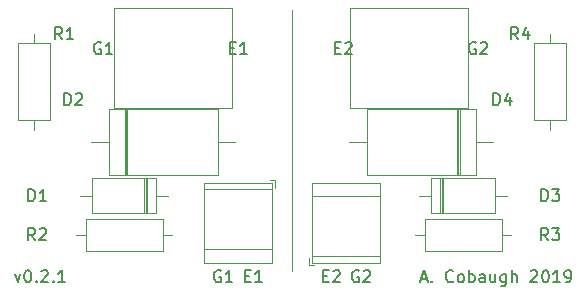
<source format=gbr>
G04 #@! TF.GenerationSoftware,KiCad,Pcbnew,5.1.5*
G04 #@! TF.CreationDate,2019-12-31T20:12:46-05:00*
G04 #@! TF.ProjectId,cm300-board,636d3330-302d-4626-9f61-72642e6b6963,rev?*
G04 #@! TF.SameCoordinates,Original*
G04 #@! TF.FileFunction,Legend,Top*
G04 #@! TF.FilePolarity,Positive*
%FSLAX46Y46*%
G04 Gerber Fmt 4.6, Leading zero omitted, Abs format (unit mm)*
G04 Created by KiCad (PCBNEW 5.1.5) date 2019-12-31 20:12:46*
%MOMM*%
%LPD*%
G04 APERTURE LIST*
%ADD10C,0.120000*%
%ADD11C,0.150000*%
G04 APERTURE END LIST*
D10*
X-986028000Y1057402000D02*
X-986028000Y1035304000D01*
D11*
X-992084285Y1035296000D02*
X-992179523Y1035343619D01*
X-992322380Y1035343619D01*
X-992465238Y1035296000D01*
X-992560476Y1035200761D01*
X-992608095Y1035105523D01*
X-992655714Y1034915047D01*
X-992655714Y1034772190D01*
X-992608095Y1034581714D01*
X-992560476Y1034486476D01*
X-992465238Y1034391238D01*
X-992322380Y1034343619D01*
X-992227142Y1034343619D01*
X-992084285Y1034391238D01*
X-992036666Y1034438857D01*
X-992036666Y1034772190D01*
X-992227142Y1034772190D01*
X-991084285Y1034343619D02*
X-991655714Y1034343619D01*
X-991370000Y1034343619D02*
X-991370000Y1035343619D01*
X-991465238Y1035200761D01*
X-991560476Y1035105523D01*
X-991655714Y1035057904D01*
X-980400285Y1035296000D02*
X-980495523Y1035343619D01*
X-980638380Y1035343619D01*
X-980781238Y1035296000D01*
X-980876476Y1035200761D01*
X-980924095Y1035105523D01*
X-980971714Y1034915047D01*
X-980971714Y1034772190D01*
X-980924095Y1034581714D01*
X-980876476Y1034486476D01*
X-980781238Y1034391238D01*
X-980638380Y1034343619D01*
X-980543142Y1034343619D01*
X-980400285Y1034391238D01*
X-980352666Y1034438857D01*
X-980352666Y1034772190D01*
X-980543142Y1034772190D01*
X-979971714Y1035248380D02*
X-979924095Y1035296000D01*
X-979828857Y1035343619D01*
X-979590761Y1035343619D01*
X-979495523Y1035296000D01*
X-979447904Y1035248380D01*
X-979400285Y1035153142D01*
X-979400285Y1035057904D01*
X-979447904Y1034915047D01*
X-980019333Y1034343619D01*
X-979400285Y1034343619D01*
X-983416476Y1034867428D02*
X-983083142Y1034867428D01*
X-982940285Y1034343619D02*
X-983416476Y1034343619D01*
X-983416476Y1035343619D01*
X-982940285Y1035343619D01*
X-982559333Y1035248380D02*
X-982511714Y1035296000D01*
X-982416476Y1035343619D01*
X-982178380Y1035343619D01*
X-982083142Y1035296000D01*
X-982035523Y1035248380D01*
X-981987904Y1035153142D01*
X-981987904Y1035057904D01*
X-982035523Y1034915047D01*
X-982606952Y1034343619D01*
X-981987904Y1034343619D01*
X-990020476Y1034867428D02*
X-989687142Y1034867428D01*
X-989544285Y1034343619D02*
X-990020476Y1034343619D01*
X-990020476Y1035343619D01*
X-989544285Y1035343619D01*
X-988591904Y1034343619D02*
X-989163333Y1034343619D01*
X-988877619Y1034343619D02*
X-988877619Y1035343619D01*
X-988972857Y1035200761D01*
X-989068095Y1035105523D01*
X-989163333Y1035057904D01*
X-1009506857Y1035010285D02*
X-1009268761Y1034343619D01*
X-1009030666Y1035010285D01*
X-1008459238Y1035343619D02*
X-1008364000Y1035343619D01*
X-1008268761Y1035296000D01*
X-1008221142Y1035248380D01*
X-1008173523Y1035153142D01*
X-1008125904Y1034962666D01*
X-1008125904Y1034724571D01*
X-1008173523Y1034534095D01*
X-1008221142Y1034438857D01*
X-1008268761Y1034391238D01*
X-1008364000Y1034343619D01*
X-1008459238Y1034343619D01*
X-1008554476Y1034391238D01*
X-1008602095Y1034438857D01*
X-1008649714Y1034534095D01*
X-1008697333Y1034724571D01*
X-1008697333Y1034962666D01*
X-1008649714Y1035153142D01*
X-1008602095Y1035248380D01*
X-1008554476Y1035296000D01*
X-1008459238Y1035343619D01*
X-1007697333Y1034438857D02*
X-1007649714Y1034391238D01*
X-1007697333Y1034343619D01*
X-1007744952Y1034391238D01*
X-1007697333Y1034438857D01*
X-1007697333Y1034343619D01*
X-1007268761Y1035248380D02*
X-1007221142Y1035296000D01*
X-1007125904Y1035343619D01*
X-1006887809Y1035343619D01*
X-1006792571Y1035296000D01*
X-1006744952Y1035248380D01*
X-1006697333Y1035153142D01*
X-1006697333Y1035057904D01*
X-1006744952Y1034915047D01*
X-1007316380Y1034343619D01*
X-1006697333Y1034343619D01*
X-1006268761Y1034438857D02*
X-1006221142Y1034391238D01*
X-1006268761Y1034343619D01*
X-1006316380Y1034391238D01*
X-1006268761Y1034438857D01*
X-1006268761Y1034343619D01*
X-1005268761Y1034343619D02*
X-1005840190Y1034343619D01*
X-1005554476Y1034343619D02*
X-1005554476Y1035343619D01*
X-1005649714Y1035200761D01*
X-1005744952Y1035105523D01*
X-1005840190Y1035057904D01*
X-975113142Y1034629333D02*
X-974636952Y1034629333D01*
X-975208380Y1034343619D02*
X-974875047Y1035343619D01*
X-974541714Y1034343619D01*
X-974208380Y1034438857D02*
X-974160761Y1034391238D01*
X-974208380Y1034343619D01*
X-974256000Y1034391238D01*
X-974208380Y1034438857D01*
X-974208380Y1034343619D01*
X-972398857Y1034438857D02*
X-972446476Y1034391238D01*
X-972589333Y1034343619D01*
X-972684571Y1034343619D01*
X-972827428Y1034391238D01*
X-972922666Y1034486476D01*
X-972970285Y1034581714D01*
X-973017904Y1034772190D01*
X-973017904Y1034915047D01*
X-972970285Y1035105523D01*
X-972922666Y1035200761D01*
X-972827428Y1035296000D01*
X-972684571Y1035343619D01*
X-972589333Y1035343619D01*
X-972446476Y1035296000D01*
X-972398857Y1035248380D01*
X-971827428Y1034343619D02*
X-971922666Y1034391238D01*
X-971970285Y1034438857D01*
X-972017904Y1034534095D01*
X-972017904Y1034819809D01*
X-971970285Y1034915047D01*
X-971922666Y1034962666D01*
X-971827428Y1035010285D01*
X-971684571Y1035010285D01*
X-971589333Y1034962666D01*
X-971541714Y1034915047D01*
X-971494095Y1034819809D01*
X-971494095Y1034534095D01*
X-971541714Y1034438857D01*
X-971589333Y1034391238D01*
X-971684571Y1034343619D01*
X-971827428Y1034343619D01*
X-971065523Y1034343619D02*
X-971065523Y1035343619D01*
X-971065523Y1034962666D02*
X-970970285Y1035010285D01*
X-970779809Y1035010285D01*
X-970684571Y1034962666D01*
X-970636952Y1034915047D01*
X-970589333Y1034819809D01*
X-970589333Y1034534095D01*
X-970636952Y1034438857D01*
X-970684571Y1034391238D01*
X-970779809Y1034343619D01*
X-970970285Y1034343619D01*
X-971065523Y1034391238D01*
X-969732190Y1034343619D02*
X-969732190Y1034867428D01*
X-969779809Y1034962666D01*
X-969875047Y1035010285D01*
X-970065523Y1035010285D01*
X-970160761Y1034962666D01*
X-969732190Y1034391238D02*
X-969827428Y1034343619D01*
X-970065523Y1034343619D01*
X-970160761Y1034391238D01*
X-970208380Y1034486476D01*
X-970208380Y1034581714D01*
X-970160761Y1034676952D01*
X-970065523Y1034724571D01*
X-969827428Y1034724571D01*
X-969732190Y1034772190D01*
X-968827428Y1035010285D02*
X-968827428Y1034343619D01*
X-969256000Y1035010285D02*
X-969256000Y1034486476D01*
X-969208380Y1034391238D01*
X-969113142Y1034343619D01*
X-968970285Y1034343619D01*
X-968875047Y1034391238D01*
X-968827428Y1034438857D01*
X-967922666Y1035010285D02*
X-967922666Y1034200761D01*
X-967970285Y1034105523D01*
X-968017904Y1034057904D01*
X-968113142Y1034010285D01*
X-968256000Y1034010285D01*
X-968351238Y1034057904D01*
X-967922666Y1034391238D02*
X-968017904Y1034343619D01*
X-968208380Y1034343619D01*
X-968303619Y1034391238D01*
X-968351238Y1034438857D01*
X-968398857Y1034534095D01*
X-968398857Y1034819809D01*
X-968351238Y1034915047D01*
X-968303619Y1034962666D01*
X-968208380Y1035010285D01*
X-968017904Y1035010285D01*
X-967922666Y1034962666D01*
X-967446476Y1034343619D02*
X-967446476Y1035343619D01*
X-967017904Y1034343619D02*
X-967017904Y1034867428D01*
X-967065523Y1034962666D01*
X-967160761Y1035010285D01*
X-967303619Y1035010285D01*
X-967398857Y1034962666D01*
X-967446476Y1034915047D01*
X-965827428Y1035248380D02*
X-965779809Y1035296000D01*
X-965684571Y1035343619D01*
X-965446476Y1035343619D01*
X-965351238Y1035296000D01*
X-965303619Y1035248380D01*
X-965256000Y1035153142D01*
X-965256000Y1035057904D01*
X-965303619Y1034915047D01*
X-965875047Y1034343619D01*
X-965256000Y1034343619D01*
X-964636952Y1035343619D02*
X-964541714Y1035343619D01*
X-964446476Y1035296000D01*
X-964398857Y1035248380D01*
X-964351238Y1035153142D01*
X-964303619Y1034962666D01*
X-964303619Y1034724571D01*
X-964351238Y1034534095D01*
X-964398857Y1034438857D01*
X-964446476Y1034391238D01*
X-964541714Y1034343619D01*
X-964636952Y1034343619D01*
X-964732190Y1034391238D01*
X-964779809Y1034438857D01*
X-964827428Y1034534095D01*
X-964875047Y1034724571D01*
X-964875047Y1034962666D01*
X-964827428Y1035153142D01*
X-964779809Y1035248380D01*
X-964732190Y1035296000D01*
X-964636952Y1035343619D01*
X-963351238Y1034343619D02*
X-963922666Y1034343619D01*
X-963636952Y1034343619D02*
X-963636952Y1035343619D01*
X-963732190Y1035200761D01*
X-963827428Y1035105523D01*
X-963922666Y1035057904D01*
X-962875047Y1034343619D02*
X-962684571Y1034343619D01*
X-962589333Y1034391238D01*
X-962541714Y1034438857D01*
X-962446476Y1034581714D01*
X-962398857Y1034772190D01*
X-962398857Y1035153142D01*
X-962446476Y1035248380D01*
X-962494095Y1035296000D01*
X-962589333Y1035343619D01*
X-962779809Y1035343619D01*
X-962875047Y1035296000D01*
X-962922666Y1035248380D01*
X-962970285Y1035153142D01*
X-962970285Y1034915047D01*
X-962922666Y1034819809D01*
X-962875047Y1034772190D01*
X-962779809Y1034724571D01*
X-962589333Y1034724571D01*
X-962494095Y1034772190D01*
X-962446476Y1034819809D01*
X-962398857Y1034915047D01*
D10*
X-981140000Y1049060000D02*
X-971140000Y1049060000D01*
X-1001140000Y1049060000D02*
X-991140000Y1049060000D01*
X-981140000Y1057560000D02*
X-971140000Y1057560000D01*
X-1001140000Y1057560000D02*
X-991140000Y1057560000D01*
X-981140000Y1057560000D02*
X-981140000Y1049060000D01*
X-991140000Y1057560000D02*
X-991140000Y1049060000D01*
X-1001140000Y1057560000D02*
X-1001140000Y1049060000D01*
X-971140000Y1049060000D02*
X-971140000Y1057560000D01*
X-964184000Y1047266000D02*
X-964184000Y1048036000D01*
X-964184000Y1055346000D02*
X-964184000Y1054576000D01*
X-962814000Y1048036000D02*
X-962814000Y1054576000D01*
X-965554000Y1048036000D02*
X-962814000Y1048036000D01*
X-965554000Y1054576000D02*
X-965554000Y1048036000D01*
X-962814000Y1054576000D02*
X-965554000Y1054576000D01*
X-967510000Y1038352000D02*
X-968280000Y1038352000D01*
X-975590000Y1038352000D02*
X-974820000Y1038352000D01*
X-968280000Y1039722000D02*
X-974820000Y1039722000D01*
X-968280000Y1036982000D02*
X-968280000Y1039722000D01*
X-974820000Y1036982000D02*
X-968280000Y1036982000D01*
X-974820000Y1039722000D02*
X-974820000Y1036982000D01*
X-1004292000Y1038352000D02*
X-1003522000Y1038352000D01*
X-996212000Y1038352000D02*
X-996982000Y1038352000D01*
X-1003522000Y1036982000D02*
X-996982000Y1036982000D01*
X-1003522000Y1039722000D02*
X-1003522000Y1036982000D01*
X-996982000Y1039722000D02*
X-1003522000Y1039722000D01*
X-996982000Y1036982000D02*
X-996982000Y1039722000D01*
X-1007872000Y1047266000D02*
X-1007872000Y1048036000D01*
X-1007872000Y1055346000D02*
X-1007872000Y1054576000D01*
X-1006502000Y1048036000D02*
X-1006502000Y1054576000D01*
X-1009242000Y1048036000D02*
X-1006502000Y1048036000D01*
X-1009242000Y1054576000D02*
X-1009242000Y1048036000D01*
X-1006502000Y1054576000D02*
X-1009242000Y1054576000D01*
X-1000220000Y1048996000D02*
X-1000220000Y1043456000D01*
X-999980000Y1048996000D02*
X-999980000Y1043456000D01*
X-1000100000Y1048996000D02*
X-1000100000Y1043456000D01*
X-990870000Y1046226000D02*
X-992330000Y1046226000D01*
X-1003030000Y1046226000D02*
X-1001570000Y1046226000D01*
X-992330000Y1048996000D02*
X-1001570000Y1048996000D01*
X-992330000Y1043456000D02*
X-992330000Y1048996000D01*
X-1001570000Y1043456000D02*
X-992330000Y1043456000D01*
X-1001570000Y1048996000D02*
X-1001570000Y1043456000D01*
X-984586000Y1035758000D02*
X-984186000Y1035758000D01*
X-984586000Y1036398000D02*
X-984586000Y1035758000D01*
X-978566000Y1042738000D02*
X-978566000Y1035998000D01*
X-984346000Y1042738000D02*
X-984346000Y1035998000D01*
X-984346000Y1035998000D02*
X-978566000Y1035998000D01*
X-984346000Y1042738000D02*
X-978566000Y1042738000D01*
X-984346000Y1041618000D02*
X-978566000Y1041618000D01*
X-984346000Y1036518000D02*
X-978566000Y1036518000D01*
X-971836000Y1043456000D02*
X-971836000Y1048996000D01*
X-972076000Y1043456000D02*
X-972076000Y1048996000D01*
X-971956000Y1043456000D02*
X-971956000Y1048996000D01*
X-981186000Y1046226000D02*
X-979726000Y1046226000D01*
X-969026000Y1046226000D02*
X-970486000Y1046226000D01*
X-979726000Y1043456000D02*
X-970486000Y1043456000D01*
X-979726000Y1048996000D02*
X-979726000Y1043456000D01*
X-970486000Y1048996000D02*
X-979726000Y1048996000D01*
X-970486000Y1043456000D02*
X-970486000Y1048996000D01*
X-973490000Y1043124000D02*
X-973490000Y1040184000D01*
X-973250000Y1043124000D02*
X-973250000Y1040184000D01*
X-973370000Y1043124000D02*
X-973370000Y1040184000D01*
X-967810000Y1041654000D02*
X-968830000Y1041654000D01*
X-975290000Y1041654000D02*
X-974270000Y1041654000D01*
X-968830000Y1043124000D02*
X-974270000Y1043124000D01*
X-968830000Y1040184000D02*
X-968830000Y1043124000D01*
X-974270000Y1040184000D02*
X-968830000Y1040184000D01*
X-974270000Y1043124000D02*
X-974270000Y1040184000D01*
X-987470000Y1042978000D02*
X-987870000Y1042978000D01*
X-987470000Y1042338000D02*
X-987470000Y1042978000D01*
X-993490000Y1035998000D02*
X-993490000Y1042738000D01*
X-987710000Y1035998000D02*
X-987710000Y1042738000D01*
X-987710000Y1042738000D02*
X-993490000Y1042738000D01*
X-987710000Y1035998000D02*
X-993490000Y1035998000D01*
X-987710000Y1037118000D02*
X-993490000Y1037118000D01*
X-987710000Y1042218000D02*
X-993490000Y1042218000D01*
X-998312000Y1040184000D02*
X-998312000Y1043124000D01*
X-998552000Y1040184000D02*
X-998552000Y1043124000D01*
X-998432000Y1040184000D02*
X-998432000Y1043124000D01*
X-1003992000Y1041654000D02*
X-1002972000Y1041654000D01*
X-996512000Y1041654000D02*
X-997532000Y1041654000D01*
X-1002972000Y1040184000D02*
X-997532000Y1040184000D01*
X-1002972000Y1043124000D02*
X-1002972000Y1040184000D01*
X-997532000Y1043124000D02*
X-1002972000Y1043124000D01*
X-997532000Y1040184000D02*
X-997532000Y1043124000D01*
D11*
X-970494285Y1054600000D02*
X-970589523Y1054647619D01*
X-970732380Y1054647619D01*
X-970875238Y1054600000D01*
X-970970476Y1054504761D01*
X-971018095Y1054409523D01*
X-971065714Y1054219047D01*
X-971065714Y1054076190D01*
X-971018095Y1053885714D01*
X-970970476Y1053790476D01*
X-970875238Y1053695238D01*
X-970732380Y1053647619D01*
X-970637142Y1053647619D01*
X-970494285Y1053695238D01*
X-970446666Y1053742857D01*
X-970446666Y1054076190D01*
X-970637142Y1054076190D01*
X-970065714Y1054552380D02*
X-970018095Y1054600000D01*
X-969922857Y1054647619D01*
X-969684761Y1054647619D01*
X-969589523Y1054600000D01*
X-969541904Y1054552380D01*
X-969494285Y1054457142D01*
X-969494285Y1054361904D01*
X-969541904Y1054219047D01*
X-970113333Y1053647619D01*
X-969494285Y1053647619D01*
X-982400476Y1054171428D02*
X-982067142Y1054171428D01*
X-981924285Y1053647619D02*
X-982400476Y1053647619D01*
X-982400476Y1054647619D01*
X-981924285Y1054647619D01*
X-981543333Y1054552380D02*
X-981495714Y1054600000D01*
X-981400476Y1054647619D01*
X-981162380Y1054647619D01*
X-981067142Y1054600000D01*
X-981019523Y1054552380D01*
X-980971904Y1054457142D01*
X-980971904Y1054361904D01*
X-981019523Y1054219047D01*
X-981590952Y1053647619D01*
X-980971904Y1053647619D01*
X-991290476Y1054171428D02*
X-990957142Y1054171428D01*
X-990814285Y1053647619D02*
X-991290476Y1053647619D01*
X-991290476Y1054647619D01*
X-990814285Y1054647619D01*
X-989861904Y1053647619D02*
X-990433333Y1053647619D01*
X-990147619Y1053647619D02*
X-990147619Y1054647619D01*
X-990242857Y1054504761D01*
X-990338095Y1054409523D01*
X-990433333Y1054361904D01*
X-1002244285Y1054600000D02*
X-1002339523Y1054647619D01*
X-1002482380Y1054647619D01*
X-1002625238Y1054600000D01*
X-1002720476Y1054504761D01*
X-1002768095Y1054409523D01*
X-1002815714Y1054219047D01*
X-1002815714Y1054076190D01*
X-1002768095Y1053885714D01*
X-1002720476Y1053790476D01*
X-1002625238Y1053695238D01*
X-1002482380Y1053647619D01*
X-1002387142Y1053647619D01*
X-1002244285Y1053695238D01*
X-1002196666Y1053742857D01*
X-1002196666Y1054076190D01*
X-1002387142Y1054076190D01*
X-1001244285Y1053647619D02*
X-1001815714Y1053647619D01*
X-1001530000Y1053647619D02*
X-1001530000Y1054647619D01*
X-1001625238Y1054504761D01*
X-1001720476Y1054409523D01*
X-1001815714Y1054361904D01*
X-966890666Y1054917619D02*
X-967224000Y1055393809D01*
X-967462095Y1054917619D02*
X-967462095Y1055917619D01*
X-967081142Y1055917619D01*
X-966985904Y1055870000D01*
X-966938285Y1055822380D01*
X-966890666Y1055727142D01*
X-966890666Y1055584285D01*
X-966938285Y1055489047D01*
X-966985904Y1055441428D01*
X-967081142Y1055393809D01*
X-967462095Y1055393809D01*
X-966033523Y1055584285D02*
X-966033523Y1054917619D01*
X-966271619Y1055965238D02*
X-966509714Y1055250952D01*
X-965890666Y1055250952D01*
X-964350666Y1037899619D02*
X-964684000Y1038375809D01*
X-964922095Y1037899619D02*
X-964922095Y1038899619D01*
X-964541142Y1038899619D01*
X-964445904Y1038852000D01*
X-964398285Y1038804380D01*
X-964350666Y1038709142D01*
X-964350666Y1038566285D01*
X-964398285Y1038471047D01*
X-964445904Y1038423428D01*
X-964541142Y1038375809D01*
X-964922095Y1038375809D01*
X-964017333Y1038899619D02*
X-963398285Y1038899619D01*
X-963731619Y1038518666D01*
X-963588761Y1038518666D01*
X-963493523Y1038471047D01*
X-963445904Y1038423428D01*
X-963398285Y1038328190D01*
X-963398285Y1038090095D01*
X-963445904Y1037994857D01*
X-963493523Y1037947238D01*
X-963588761Y1037899619D01*
X-963874476Y1037899619D01*
X-963969714Y1037947238D01*
X-964017333Y1037994857D01*
X-1007784666Y1037899619D02*
X-1008118000Y1038375809D01*
X-1008356095Y1037899619D02*
X-1008356095Y1038899619D01*
X-1007975142Y1038899619D01*
X-1007879904Y1038852000D01*
X-1007832285Y1038804380D01*
X-1007784666Y1038709142D01*
X-1007784666Y1038566285D01*
X-1007832285Y1038471047D01*
X-1007879904Y1038423428D01*
X-1007975142Y1038375809D01*
X-1008356095Y1038375809D01*
X-1007403714Y1038804380D02*
X-1007356095Y1038852000D01*
X-1007260857Y1038899619D01*
X-1007022761Y1038899619D01*
X-1006927523Y1038852000D01*
X-1006879904Y1038804380D01*
X-1006832285Y1038709142D01*
X-1006832285Y1038613904D01*
X-1006879904Y1038471047D01*
X-1007451333Y1037899619D01*
X-1006832285Y1037899619D01*
X-1005498666Y1054917619D02*
X-1005832000Y1055393809D01*
X-1006070095Y1054917619D02*
X-1006070095Y1055917619D01*
X-1005689142Y1055917619D01*
X-1005593904Y1055870000D01*
X-1005546285Y1055822380D01*
X-1005498666Y1055727142D01*
X-1005498666Y1055584285D01*
X-1005546285Y1055489047D01*
X-1005593904Y1055441428D01*
X-1005689142Y1055393809D01*
X-1006070095Y1055393809D01*
X-1004546285Y1054917619D02*
X-1005117714Y1054917619D01*
X-1004832000Y1054917619D02*
X-1004832000Y1055917619D01*
X-1004927238Y1055774761D01*
X-1005022476Y1055679523D01*
X-1005117714Y1055631904D01*
X-1005308095Y1049329619D02*
X-1005308095Y1050329619D01*
X-1005070000Y1050329619D01*
X-1004927142Y1050282000D01*
X-1004831904Y1050186761D01*
X-1004784285Y1050091523D01*
X-1004736666Y1049901047D01*
X-1004736666Y1049758190D01*
X-1004784285Y1049567714D01*
X-1004831904Y1049472476D01*
X-1004927142Y1049377238D01*
X-1005070000Y1049329619D01*
X-1005308095Y1049329619D01*
X-1004355714Y1050234380D02*
X-1004308095Y1050282000D01*
X-1004212857Y1050329619D01*
X-1003974761Y1050329619D01*
X-1003879523Y1050282000D01*
X-1003831904Y1050234380D01*
X-1003784285Y1050139142D01*
X-1003784285Y1050043904D01*
X-1003831904Y1049901047D01*
X-1004403333Y1049329619D01*
X-1003784285Y1049329619D01*
X-968986095Y1049329619D02*
X-968986095Y1050329619D01*
X-968748000Y1050329619D01*
X-968605142Y1050282000D01*
X-968509904Y1050186761D01*
X-968462285Y1050091523D01*
X-968414666Y1049901047D01*
X-968414666Y1049758190D01*
X-968462285Y1049567714D01*
X-968509904Y1049472476D01*
X-968605142Y1049377238D01*
X-968748000Y1049329619D01*
X-968986095Y1049329619D01*
X-967557523Y1049996285D02*
X-967557523Y1049329619D01*
X-967795619Y1050377238D02*
X-968033714Y1049662952D01*
X-967414666Y1049662952D01*
X-964922095Y1041201619D02*
X-964922095Y1042201619D01*
X-964684000Y1042201619D01*
X-964541142Y1042154000D01*
X-964445904Y1042058761D01*
X-964398285Y1041963523D01*
X-964350666Y1041773047D01*
X-964350666Y1041630190D01*
X-964398285Y1041439714D01*
X-964445904Y1041344476D01*
X-964541142Y1041249238D01*
X-964684000Y1041201619D01*
X-964922095Y1041201619D01*
X-964017333Y1042201619D02*
X-963398285Y1042201619D01*
X-963731619Y1041820666D01*
X-963588761Y1041820666D01*
X-963493523Y1041773047D01*
X-963445904Y1041725428D01*
X-963398285Y1041630190D01*
X-963398285Y1041392095D01*
X-963445904Y1041296857D01*
X-963493523Y1041249238D01*
X-963588761Y1041201619D01*
X-963874476Y1041201619D01*
X-963969714Y1041249238D01*
X-964017333Y1041296857D01*
X-1008356095Y1041201619D02*
X-1008356095Y1042201619D01*
X-1008118000Y1042201619D01*
X-1007975142Y1042154000D01*
X-1007879904Y1042058761D01*
X-1007832285Y1041963523D01*
X-1007784666Y1041773047D01*
X-1007784666Y1041630190D01*
X-1007832285Y1041439714D01*
X-1007879904Y1041344476D01*
X-1007975142Y1041249238D01*
X-1008118000Y1041201619D01*
X-1008356095Y1041201619D01*
X-1006832285Y1041201619D02*
X-1007403714Y1041201619D01*
X-1007118000Y1041201619D02*
X-1007118000Y1042201619D01*
X-1007213238Y1042058761D01*
X-1007308476Y1041963523D01*
X-1007403714Y1041915904D01*
M02*

</source>
